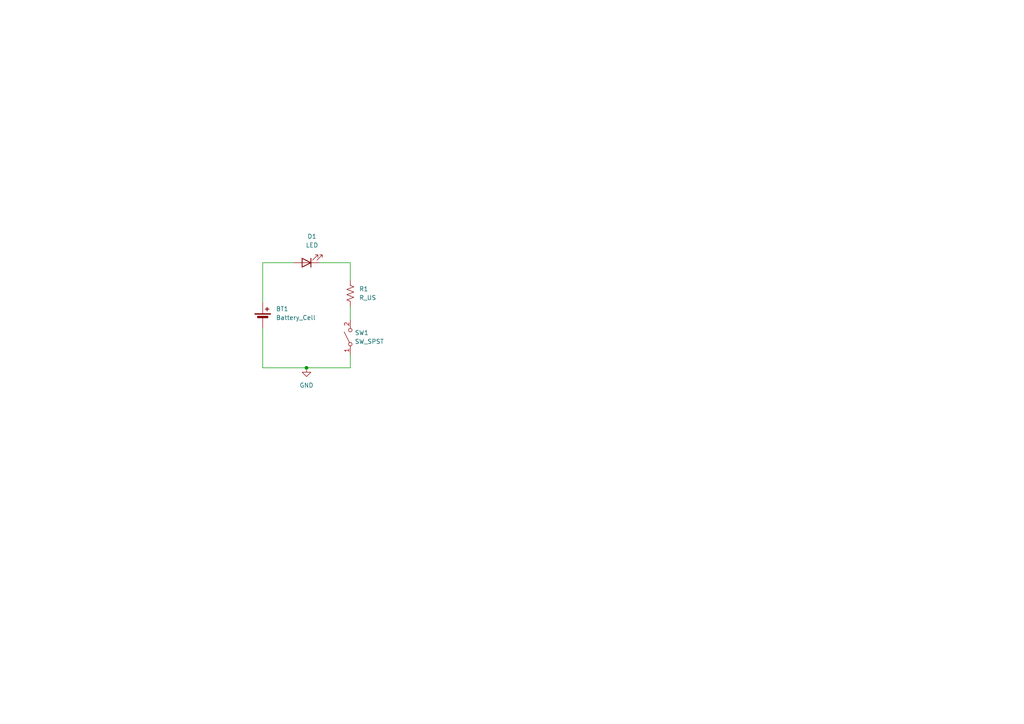
<source format=kicad_sch>
(kicad_sch (version 20231120) (generator "eeschema") (generator_version "8.0")
  (paper "A4")
  (lib_symbols
    (symbol "Device:Battery_Cell" (pin_numbers hide) (pin_names (offset 0) hide)
      (property "Reference" "BT" (at 2.54 2.54 0))
      (property "Value" "Battery_Cell" (at 2.54 0 0))
      (symbol "Battery_Cell_0_1"
        (rectangle (start -2.286 1.778) (end 2.286 1.524) (fill (type outline)))
        (rectangle (start -1.524 1.016) (end 1.524 0.508) (fill (type outline)))
        (polyline (pts (xy 0 0.762) (xy 0 0)))
        (polyline (pts (xy 0 1.778) (xy 0 2.54)))
        (polyline (pts (xy 0.762 3.048) (xy 1.778 3.048)) (stroke (width 0.254)))
        (polyline (pts (xy 1.27 3.556) (xy 1.27 2.54)) (stroke (width 0.254)))
      )
      (symbol "Battery_Cell_1_1"
        (pin passive line (at 0 5.08 270) (length 2.54) (name "+") (number "1"))
        (pin passive line (at 0 -2.54 90) (length 2.54) (name "-") (number "2"))
      )
    )
    (symbol "Device:LED" (pin_numbers hide) (pin_names (offset 1.016) hide)
      (property "Reference" "D" (at 0 2.54 0))
      (property "Value" "LED" (at 0 -2.54 0))
      (symbol "LED_0_1"
        (polyline (pts (xy -1.27 -1.27) (xy -1.27 1.27)) (stroke (width 0.254)))
        (polyline (pts (xy -1.27 0) (xy 1.27 0)))
        (polyline (pts (xy 1.27 -1.27) (xy 1.27 1.27) (xy -1.27 0) (xy 1.27 -1.27)) (stroke (width 0.254)))
        (polyline (pts (xy -3.048 -0.762) (xy -4.572 -2.286) (xy -3.81 -2.286) (xy -4.572 -2.286) (xy -4.572 -1.524)))
        (polyline (pts (xy -1.778 -0.762) (xy -3.302 -2.286) (xy -2.54 -2.286) (xy -3.302 -2.286) (xy -3.302 -1.524)))
      )
      (symbol "LED_1_1"
        (pin passive line (at -3.81 0 0) (length 2.54) (name "K") (number "1"))
        (pin passive line (at 3.81 0 180) (length 2.54) (name "A") (number "2"))
      )
    )
    (symbol "Device:R_US" (pin_numbers hide) (pin_names (offset 0))
      (property "Reference" "R" (at 2.54 0 90))
      (property "Value" "R_US" (at -2.54 0 90))
      (symbol "R_US_0_1"
        (polyline (pts (xy 0 -2.286) (xy 0 -2.54)))
        (polyline (pts (xy 0 2.286) (xy 0 2.54)))
        (polyline (pts (xy 0 -0.762) (xy 1.016 -1.143) (xy 0 -1.524) (xy -1.016 -1.905) (xy 0 -2.286)))
        (polyline (pts (xy 0 0.762) (xy 1.016 0.381) (xy 0 0) (xy -1.016 -0.381) (xy 0 -0.762)))
        (polyline (pts (xy 0 2.286) (xy 1.016 1.905) (xy 0 1.524) (xy -1.016 1.143) (xy 0 0.762)))
      )
      (symbol "R_US_1_1"
        (pin passive line (at 0 3.81 270) (length 1.27) (name "~") (number "1"))
        (pin passive line (at 0 -3.81 90) (length 1.27) (name "~") (number "2"))
      )
    )
    (symbol "Switch:SW_SPST" (pin_names (offset 0) hide)
      (property "Reference" "SW" (at 0 3.175 0))
      (property "Value" "SW_SPST" (at 0 -2.54 0))
      (symbol "SW_SPST_0_0"
        (circle (center -2.032 0) (radius 0.508))
        (polyline (pts (xy -1.524 0.254) (xy 1.524 1.778)))
        (circle (center 2.032 0) (radius 0.508))
      )
      (symbol "SW_SPST_1_1"
        (pin passive line (at -5.08 0 0) (length 2.54) (name "A") (number "1"))
        (pin passive line (at 5.08 0 180) (length 2.54) (name "B") (number "2"))
      )
    )
    (symbol "power:GND" (power) (pin_numbers hide) (pin_names (offset 0) hide)
      (property "Value" "GND" (at 0 -3.81 0))
      (symbol "GND_0_1"
        (polyline (pts (xy 0 0) (xy 0 -1.27) (xy 1.27 -1.27) (xy 0 -2.54) (xy -1.27 -1.27) (xy 0 -1.27)))
      )
      (symbol "GND_1_1"
        (pin power_in line (at 0 0 270) (length 0) (name "~") (number "1"))
      )
    )
  )
  (junction (at 88.9 106.68))
  (wire (pts (xy 76.2 76.2) (xy 85.09 76.2)))
  (wire (pts (xy 101.6 88.9) (xy 101.6 92.71)))
  (wire (pts (xy 76.2 106.68) (xy 76.2 95.25)))
  (wire (pts (xy 101.6 76.2) (xy 101.6 81.28)))
  (wire (pts (xy 76.2 87.63) (xy 76.2 76.2)))
  (wire (pts (xy 92.71 76.2) (xy 101.6 76.2)))
  (wire (pts (xy 101.6 102.87) (xy 101.6 106.68)))
  (wire (pts (xy 88.9 106.68) (xy 101.6 106.68)))
  (wire (pts (xy 76.2 106.68) (xy 88.9 106.68)))
  (symbol (lib_id "Device:R_US") (at 101.6 85.09 0) (unit 1)
    (property "Reference" "R1" (at 104.14 83.8199 0) (effects (justify left)))
    (property "Value" "R_US" (at 104.14 86.3599 0) (effects (justify left)))
    (property "Footprint" "Resistor_SMD:R_2010_5025Metric" (effects (hide yes)))
    (property "Description" "Resistor, US symbol" (effects (hide yes)))
  )
  (symbol (lib_id "Device:LED") (at 88.9 76.2 180) (unit 1)
    (property "Reference" "D1" (at 90.4875 68.58 0))
    (property "Value" "LED" (at 90.4875 71.12 0))
    (property "Footprint" "LED_SMD:LED_2512_6332Metric" (effects (hide yes)))
    (property "Description" "Light emitting diode" (effects (hide yes)))
  )
  (symbol (lib_id "Device:Battery_Cell") (at 76.2 92.71 0) (unit 1)
    (property "Reference" "BT1" (at 80.01 89.5984 0) (effects (justify left)))
    (property "Value" "Battery_Cell" (at 80.01 92.1384 0) (effects (justify left)))
    (property "Footprint" "Battery:BatteryHolder_Keystone_103_1x20mm" (effects (hide yes)))
    (property "Description" "Single-cell battery" (effects (hide yes)))
  )
  (symbol (lib_id "Switch:SW_SPST") (at 101.6 97.79 90) (unit 1)
    (property "Reference" "SW1" (at 102.87 96.5199 90) (effects (justify right)))
    (property "Value" "SW_SPST" (at 102.87 99.0599 90) (effects (justify right)))
    (property "Footprint" "Button_Switch_THT:SW_PUSH_6mm" (effects (hide yes)))
    (property "Description" "Single Pole Single Throw (SPST) switch" (effects (hide yes)))
  )
  (symbol (lib_id "power:GND") (at 88.9 106.68 0) (unit 1)
    (property "Reference" "#PWR01" (effects (hide yes)))
    (property "Value" "GND" (at 88.9 111.76 0))
    (property "Description" "Power symbol creates a global label with name \"GND\" , ground" (effects (hide yes)))
  )
)
</source>
